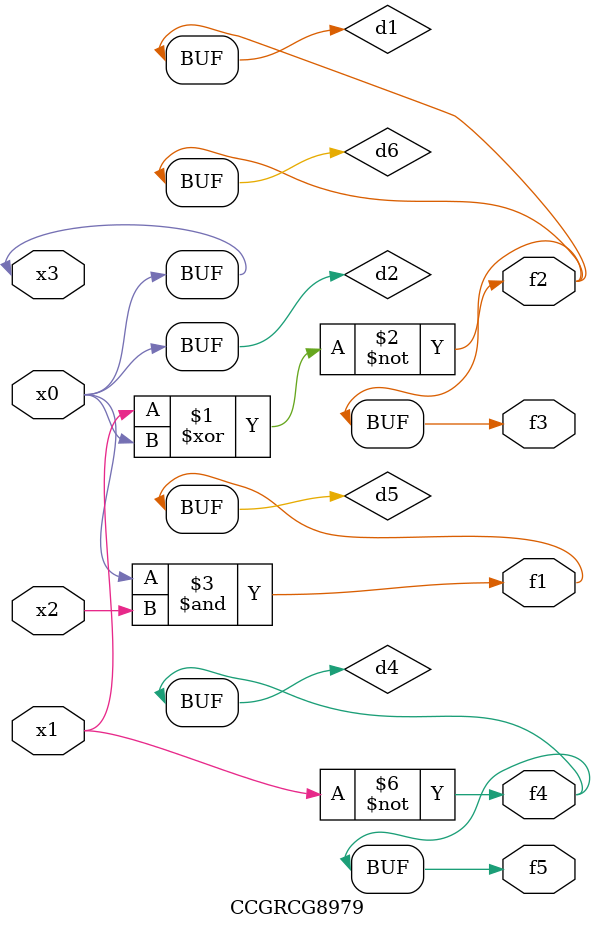
<source format=v>
module CCGRCG8979(
	input x0, x1, x2, x3,
	output f1, f2, f3, f4, f5
);

	wire d1, d2, d3, d4, d5, d6;

	xnor (d1, x1, x3);
	buf (d2, x0, x3);
	nand (d3, x0, x2);
	not (d4, x1);
	nand (d5, d3);
	or (d6, d1);
	assign f1 = d5;
	assign f2 = d6;
	assign f3 = d6;
	assign f4 = d4;
	assign f5 = d4;
endmodule

</source>
